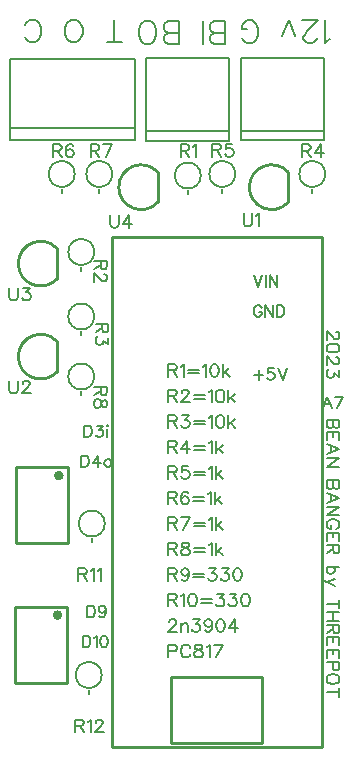
<source format=gto>
G04 Layer: TopSilkscreenLayer*
G04 EasyEDA v6.5.22, 2023-04-09 12:07:21*
G04 a82510d75d89424d952477dd8e89e6f5,b58ac661183547158e32f13718f6ba1e,10*
G04 Gerber Generator version 0.2*
G04 Scale: 100 percent, Rotated: No, Reflected: No *
G04 Dimensions in millimeters *
G04 leading zeros omitted , absolute positions ,4 integer and 5 decimal *
%FSLAX45Y45*%
%MOMM*%

%ADD10C,0.2032*%
%ADD11C,0.1524*%
%ADD12C,0.2540*%
%ADD13C,0.2000*%
%ADD14C,0.4000*%
%ADD15C,0.0177*%

%LPD*%
D10*
X2532085Y4068922D02*
G01*
X2527513Y4078320D01*
X2518115Y4087464D01*
X2508971Y4092036D01*
X2490429Y4092036D01*
X2481285Y4087464D01*
X2471887Y4078320D01*
X2467315Y4068922D01*
X2462743Y4055206D01*
X2462743Y4032092D01*
X2467315Y4018122D01*
X2471887Y4008978D01*
X2481285Y3999834D01*
X2490429Y3995008D01*
X2508971Y3995008D01*
X2518115Y3999834D01*
X2527513Y4008978D01*
X2532085Y4018122D01*
X2532085Y4032092D01*
X2508971Y4032092D02*
G01*
X2532085Y4032092D01*
X2562565Y4092036D02*
G01*
X2562565Y3995008D01*
X2562565Y4092036D02*
G01*
X2627081Y3995008D01*
X2627081Y4092036D02*
G01*
X2627081Y3995008D01*
X2657561Y4092036D02*
G01*
X2657561Y3995008D01*
X2657561Y4092036D02*
G01*
X2690073Y4092036D01*
X2703789Y4087464D01*
X2712933Y4078320D01*
X2717759Y4068922D01*
X2722331Y4055206D01*
X2722331Y4032092D01*
X2717759Y4018122D01*
X2712933Y4008978D01*
X2703789Y3999834D01*
X2690073Y3995008D01*
X2657561Y3995008D01*
X2504399Y3544920D02*
G01*
X2504399Y3461608D01*
X2462743Y3503264D02*
G01*
X2545801Y3503264D01*
X2631653Y3558636D02*
G01*
X2585679Y3558636D01*
X2580853Y3517234D01*
X2585679Y3521806D01*
X2599395Y3526378D01*
X2613365Y3526378D01*
X2627081Y3521806D01*
X2636479Y3512408D01*
X2641051Y3498692D01*
X2641051Y3489294D01*
X2636479Y3475578D01*
X2627081Y3466434D01*
X2613365Y3461608D01*
X2599395Y3461608D01*
X2585679Y3466434D01*
X2580853Y3471006D01*
X2576281Y3480150D01*
X2671531Y3558636D02*
G01*
X2708361Y3461608D01*
X2745445Y3558636D02*
G01*
X2708361Y3461608D01*
X2462743Y4346036D02*
G01*
X2499573Y4249008D01*
X2536657Y4346036D02*
G01*
X2499573Y4249008D01*
X2567137Y4346036D02*
G01*
X2567137Y4249008D01*
X2597617Y4346036D02*
G01*
X2597617Y4249008D01*
X2597617Y4346036D02*
G01*
X2662133Y4249008D01*
X2662133Y4346036D02*
G01*
X2662133Y4249008D01*
X1028692Y3074408D02*
G01*
X1028692Y2977380D01*
X1028692Y3074408D02*
G01*
X1060950Y3074408D01*
X1074920Y3069582D01*
X1084064Y3060438D01*
X1088636Y3051294D01*
X1093462Y3037324D01*
X1093462Y3014210D01*
X1088636Y3000494D01*
X1084064Y2991096D01*
X1074920Y2981952D01*
X1060950Y2977380D01*
X1028692Y2977380D01*
X1133086Y3074408D02*
G01*
X1183886Y3074408D01*
X1156200Y3037324D01*
X1169916Y3037324D01*
X1179314Y3032752D01*
X1183886Y3028180D01*
X1188458Y3014210D01*
X1188458Y3005066D01*
X1183886Y2991096D01*
X1174742Y2981952D01*
X1160772Y2977380D01*
X1146802Y2977380D01*
X1133086Y2981952D01*
X1128514Y2986524D01*
X1123942Y2995922D01*
X1218938Y3074408D02*
G01*
X1223510Y3069582D01*
X1228082Y3074408D01*
X1223510Y3078980D01*
X1218938Y3074408D01*
X1223510Y3041896D02*
G01*
X1223510Y2977380D01*
X1003292Y2820408D02*
G01*
X1003292Y2723380D01*
X1003292Y2820408D02*
G01*
X1035550Y2820408D01*
X1049520Y2815582D01*
X1058664Y2806438D01*
X1063236Y2797294D01*
X1068062Y2783324D01*
X1068062Y2760210D01*
X1063236Y2746494D01*
X1058664Y2737096D01*
X1049520Y2727952D01*
X1035550Y2723380D01*
X1003292Y2723380D01*
X1144516Y2820408D02*
G01*
X1098542Y2755638D01*
X1167630Y2755638D01*
X1144516Y2820408D02*
G01*
X1144516Y2723380D01*
X1221224Y2787896D02*
G01*
X1212080Y2783324D01*
X1202682Y2774180D01*
X1198110Y2760210D01*
X1198110Y2751066D01*
X1202682Y2737096D01*
X1212080Y2727952D01*
X1221224Y2723380D01*
X1235194Y2723380D01*
X1244338Y2727952D01*
X1253482Y2737096D01*
X1258308Y2751066D01*
X1258308Y2760210D01*
X1253482Y2774180D01*
X1244338Y2783324D01*
X1235194Y2787896D01*
X1221224Y2787896D01*
X1054107Y1549153D02*
G01*
X1054107Y1452125D01*
X1054107Y1549153D02*
G01*
X1086365Y1549153D01*
X1100335Y1544581D01*
X1109479Y1535437D01*
X1114051Y1526039D01*
X1118877Y1512323D01*
X1118877Y1489209D01*
X1114051Y1475239D01*
X1109479Y1466095D01*
X1100335Y1456951D01*
X1086365Y1452125D01*
X1054107Y1452125D01*
X1209301Y1516895D02*
G01*
X1204729Y1502925D01*
X1195331Y1493781D01*
X1181615Y1489209D01*
X1177043Y1489209D01*
X1163073Y1493781D01*
X1153929Y1502925D01*
X1149357Y1516895D01*
X1149357Y1521467D01*
X1153929Y1535437D01*
X1163073Y1544581D01*
X1177043Y1549153D01*
X1181615Y1549153D01*
X1195331Y1544581D01*
X1204729Y1535437D01*
X1209301Y1516895D01*
X1209301Y1493781D01*
X1204729Y1470667D01*
X1195331Y1456951D01*
X1181615Y1452125D01*
X1172217Y1452125D01*
X1158501Y1456951D01*
X1153929Y1466095D01*
X1016007Y1295153D02*
G01*
X1016007Y1198125D01*
X1016007Y1295153D02*
G01*
X1048265Y1295153D01*
X1062235Y1290581D01*
X1071379Y1281437D01*
X1075951Y1272039D01*
X1080777Y1258323D01*
X1080777Y1235209D01*
X1075951Y1221239D01*
X1071379Y1212095D01*
X1062235Y1202951D01*
X1048265Y1198125D01*
X1016007Y1198125D01*
X1111257Y1276611D02*
G01*
X1120401Y1281437D01*
X1134117Y1295153D01*
X1134117Y1198125D01*
X1192537Y1295153D02*
G01*
X1178567Y1290581D01*
X1169423Y1276611D01*
X1164597Y1253751D01*
X1164597Y1239781D01*
X1169423Y1216667D01*
X1178567Y1202951D01*
X1192537Y1198125D01*
X1201681Y1198125D01*
X1215397Y1202951D01*
X1224795Y1216667D01*
X1229367Y1239781D01*
X1229367Y1253751D01*
X1224795Y1276611D01*
X1215397Y1290581D01*
X1201681Y1295153D01*
X1192537Y1295153D01*
X3084824Y3319271D02*
G01*
X3047994Y3222244D01*
X3084824Y3319271D02*
G01*
X3121908Y3222244D01*
X3061964Y3254755D02*
G01*
X3107938Y3254755D01*
X3216904Y3319271D02*
G01*
X3170930Y3222244D01*
X3152388Y3319271D02*
G01*
X3216904Y3319271D01*
X3111507Y6346959D02*
G01*
X3092965Y6337815D01*
X3065279Y6310129D01*
X3065279Y6503931D01*
X2995175Y6356357D02*
G01*
X2995175Y6346959D01*
X2985777Y6328417D01*
X2976633Y6319273D01*
X2958091Y6310129D01*
X2921261Y6310129D01*
X2902719Y6319273D01*
X2893575Y6328417D01*
X2884177Y6346959D01*
X2884177Y6365501D01*
X2893575Y6384043D01*
X2912117Y6411729D01*
X3004319Y6503931D01*
X2875033Y6503931D01*
X2814073Y6374645D02*
G01*
X2758701Y6503931D01*
X2703329Y6374645D02*
G01*
X2758701Y6503931D01*
X2361445Y6356357D02*
G01*
X2370843Y6337815D01*
X2389131Y6319273D01*
X2407673Y6310129D01*
X2444757Y6310129D01*
X2463045Y6319273D01*
X2481587Y6337815D01*
X2490731Y6356357D01*
X2500129Y6384043D01*
X2500129Y6430017D01*
X2490731Y6457957D01*
X2481587Y6476245D01*
X2463045Y6494787D01*
X2444757Y6503931D01*
X2407673Y6503931D01*
X2389131Y6494787D01*
X2370843Y6476245D01*
X2361445Y6457957D01*
X2361445Y6430017D01*
X2407673Y6430017D02*
G01*
X2361445Y6430017D01*
X2222507Y6305303D02*
G01*
X2222507Y6499105D01*
X2222507Y6305303D02*
G01*
X2139449Y6305303D01*
X2111763Y6314447D01*
X2102365Y6323591D01*
X2093221Y6342133D01*
X2093221Y6360675D01*
X2102365Y6379217D01*
X2111763Y6388361D01*
X2139449Y6397505D01*
X2222507Y6397505D02*
G01*
X2139449Y6397505D01*
X2111763Y6406903D01*
X2102365Y6416047D01*
X2093221Y6434589D01*
X2093221Y6462275D01*
X2102365Y6480817D01*
X2111763Y6489961D01*
X2139449Y6499105D01*
X2222507Y6499105D01*
X2032261Y6305303D02*
G01*
X2032261Y6499105D01*
X1829061Y6305303D02*
G01*
X1829061Y6499105D01*
X1829061Y6305303D02*
G01*
X1746003Y6305303D01*
X1718317Y6314447D01*
X1708919Y6323591D01*
X1699775Y6342133D01*
X1699775Y6360675D01*
X1708919Y6379217D01*
X1718317Y6388361D01*
X1746003Y6397505D01*
X1829061Y6397505D02*
G01*
X1746003Y6397505D01*
X1718317Y6406903D01*
X1708919Y6416047D01*
X1699775Y6434589D01*
X1699775Y6462275D01*
X1708919Y6480817D01*
X1718317Y6489961D01*
X1746003Y6499105D01*
X1829061Y6499105D01*
X1583443Y6305303D02*
G01*
X1601731Y6314447D01*
X1620273Y6332989D01*
X1629417Y6351531D01*
X1638815Y6379217D01*
X1638815Y6425191D01*
X1629417Y6453131D01*
X1620273Y6471419D01*
X1601731Y6489961D01*
X1583443Y6499105D01*
X1546359Y6499105D01*
X1527817Y6489961D01*
X1509529Y6471419D01*
X1500131Y6453131D01*
X1490987Y6425191D01*
X1490987Y6379217D01*
X1500131Y6351531D01*
X1509529Y6332989D01*
X1527817Y6314447D01*
X1546359Y6305303D01*
X1583443Y6305303D01*
X1281437Y6318003D02*
G01*
X1281437Y6511805D01*
X1346207Y6318003D02*
G01*
X1216921Y6318003D01*
X958349Y6318003D02*
G01*
X976637Y6327147D01*
X995179Y6345689D01*
X1004577Y6364231D01*
X1013721Y6391917D01*
X1013721Y6437891D01*
X1004577Y6465831D01*
X995179Y6484119D01*
X976637Y6502661D01*
X958349Y6511805D01*
X921265Y6511805D01*
X902977Y6502661D01*
X884435Y6484119D01*
X875037Y6465831D01*
X865893Y6437891D01*
X865893Y6391917D01*
X875037Y6364231D01*
X884435Y6345689D01*
X902977Y6327147D01*
X921265Y6318003D01*
X958349Y6318003D01*
X524263Y6364231D02*
G01*
X533407Y6345689D01*
X551949Y6327147D01*
X570237Y6318003D01*
X607321Y6318003D01*
X625863Y6327147D01*
X644151Y6345689D01*
X653549Y6364231D01*
X662693Y6391917D01*
X662693Y6437891D01*
X653549Y6465831D01*
X644151Y6484119D01*
X625863Y6502661D01*
X607321Y6511805D01*
X570237Y6511805D01*
X551949Y6502661D01*
X533407Y6484119D01*
X524263Y6465831D01*
D11*
X1739900Y3595115D02*
G01*
X1739900Y3486150D01*
X1739900Y3595115D02*
G01*
X1786636Y3595115D01*
X1802129Y3590036D01*
X1807463Y3584702D01*
X1812544Y3574287D01*
X1812544Y3563873D01*
X1807463Y3553460D01*
X1802129Y3548379D01*
X1786636Y3543300D01*
X1739900Y3543300D01*
X1776221Y3543300D02*
G01*
X1812544Y3486150D01*
X1846834Y3574287D02*
G01*
X1857247Y3579621D01*
X1872995Y3595115D01*
X1872995Y3486150D01*
X1907286Y3548379D02*
G01*
X2000758Y3548379D01*
X1907286Y3517137D02*
G01*
X2000758Y3517137D01*
X2035047Y3574287D02*
G01*
X2045461Y3579621D01*
X2060956Y3595115D01*
X2060956Y3486150D01*
X2126488Y3595115D02*
G01*
X2110740Y3590036D01*
X2100579Y3574287D01*
X2095245Y3548379D01*
X2095245Y3532886D01*
X2100579Y3506723D01*
X2110740Y3491229D01*
X2126488Y3486150D01*
X2136902Y3486150D01*
X2152395Y3491229D01*
X2162809Y3506723D01*
X2167890Y3532886D01*
X2167890Y3548379D01*
X2162809Y3574287D01*
X2152395Y3590036D01*
X2136902Y3595115D01*
X2126488Y3595115D01*
X2202179Y3595115D02*
G01*
X2202179Y3486150D01*
X2254250Y3558794D02*
G01*
X2202179Y3506723D01*
X2223008Y3527552D02*
G01*
X2259329Y3486150D01*
X1739900Y3379215D02*
G01*
X1739900Y3270250D01*
X1739900Y3379215D02*
G01*
X1786636Y3379215D01*
X1802129Y3374136D01*
X1807463Y3368802D01*
X1812544Y3358387D01*
X1812544Y3347973D01*
X1807463Y3337560D01*
X1802129Y3332479D01*
X1786636Y3327400D01*
X1739900Y3327400D01*
X1776221Y3327400D02*
G01*
X1812544Y3270250D01*
X1852168Y3353307D02*
G01*
X1852168Y3358387D01*
X1857247Y3368802D01*
X1862581Y3374136D01*
X1872995Y3379215D01*
X1893570Y3379215D01*
X1903984Y3374136D01*
X1909318Y3368802D01*
X1914397Y3358387D01*
X1914397Y3347973D01*
X1909318Y3337560D01*
X1898904Y3322065D01*
X1846834Y3270250D01*
X1919731Y3270250D01*
X1954022Y3332479D02*
G01*
X2047493Y3332479D01*
X1954022Y3301237D02*
G01*
X2047493Y3301237D01*
X2081784Y3358387D02*
G01*
X2092197Y3363721D01*
X2107691Y3379215D01*
X2107691Y3270250D01*
X2173224Y3379215D02*
G01*
X2157729Y3374136D01*
X2147315Y3358387D01*
X2141981Y3332479D01*
X2141981Y3316986D01*
X2147315Y3290823D01*
X2157729Y3275329D01*
X2173224Y3270250D01*
X2183638Y3270250D01*
X2199131Y3275329D01*
X2209545Y3290823D01*
X2214879Y3316986D01*
X2214879Y3332479D01*
X2209545Y3358387D01*
X2199131Y3374136D01*
X2183638Y3379215D01*
X2173224Y3379215D01*
X2249170Y3379215D02*
G01*
X2249170Y3270250D01*
X2300986Y3342894D02*
G01*
X2249170Y3290823D01*
X2269743Y3311652D02*
G01*
X2306320Y3270250D01*
X1739900Y3163315D02*
G01*
X1739900Y3054350D01*
X1739900Y3163315D02*
G01*
X1786636Y3163315D01*
X1802129Y3158236D01*
X1807463Y3152902D01*
X1812544Y3142487D01*
X1812544Y3132073D01*
X1807463Y3121660D01*
X1802129Y3116579D01*
X1786636Y3111500D01*
X1739900Y3111500D01*
X1776221Y3111500D02*
G01*
X1812544Y3054350D01*
X1857247Y3163315D02*
G01*
X1914397Y3163315D01*
X1883410Y3121660D01*
X1898904Y3121660D01*
X1909318Y3116579D01*
X1914397Y3111500D01*
X1919731Y3095752D01*
X1919731Y3085337D01*
X1914397Y3069844D01*
X1903984Y3059429D01*
X1888489Y3054350D01*
X1872995Y3054350D01*
X1857247Y3059429D01*
X1852168Y3064510D01*
X1846834Y3074923D01*
X1954022Y3116579D02*
G01*
X2047493Y3116579D01*
X1954022Y3085337D02*
G01*
X2047493Y3085337D01*
X2081784Y3142487D02*
G01*
X2092197Y3147821D01*
X2107691Y3163315D01*
X2107691Y3054350D01*
X2173224Y3163315D02*
G01*
X2157729Y3158236D01*
X2147315Y3142487D01*
X2141981Y3116579D01*
X2141981Y3101086D01*
X2147315Y3074923D01*
X2157729Y3059429D01*
X2173224Y3054350D01*
X2183638Y3054350D01*
X2199131Y3059429D01*
X2209545Y3074923D01*
X2214879Y3101086D01*
X2214879Y3116579D01*
X2209545Y3142487D01*
X2199131Y3158236D01*
X2183638Y3163315D01*
X2173224Y3163315D01*
X2249170Y3163315D02*
G01*
X2249170Y3054350D01*
X2300986Y3126994D02*
G01*
X2249170Y3074923D01*
X2269743Y3095752D02*
G01*
X2306320Y3054350D01*
X1739900Y2947415D02*
G01*
X1739900Y2838450D01*
X1739900Y2947415D02*
G01*
X1786636Y2947415D01*
X1802129Y2942336D01*
X1807463Y2937002D01*
X1812544Y2926587D01*
X1812544Y2916173D01*
X1807463Y2905760D01*
X1802129Y2900679D01*
X1786636Y2895600D01*
X1739900Y2895600D01*
X1776221Y2895600D02*
G01*
X1812544Y2838450D01*
X1898904Y2947415D02*
G01*
X1846834Y2874771D01*
X1924812Y2874771D01*
X1898904Y2947415D02*
G01*
X1898904Y2838450D01*
X1959102Y2900679D02*
G01*
X2052574Y2900679D01*
X1959102Y2869437D02*
G01*
X2052574Y2869437D01*
X2086863Y2926587D02*
G01*
X2097277Y2931921D01*
X2113025Y2947415D01*
X2113025Y2838450D01*
X2147315Y2947415D02*
G01*
X2147315Y2838450D01*
X2199131Y2911094D02*
G01*
X2147315Y2859023D01*
X2167890Y2879852D02*
G01*
X2204465Y2838450D01*
X1739900Y2731515D02*
G01*
X1739900Y2622550D01*
X1739900Y2731515D02*
G01*
X1786636Y2731515D01*
X1802129Y2726436D01*
X1807463Y2721102D01*
X1812544Y2710687D01*
X1812544Y2700273D01*
X1807463Y2689860D01*
X1802129Y2684779D01*
X1786636Y2679700D01*
X1739900Y2679700D01*
X1776221Y2679700D02*
G01*
X1812544Y2622550D01*
X1909318Y2731515D02*
G01*
X1857247Y2731515D01*
X1852168Y2684779D01*
X1857247Y2689860D01*
X1872995Y2695194D01*
X1888489Y2695194D01*
X1903984Y2689860D01*
X1914397Y2679700D01*
X1919731Y2663952D01*
X1919731Y2653537D01*
X1914397Y2638044D01*
X1903984Y2627629D01*
X1888489Y2622550D01*
X1872995Y2622550D01*
X1857247Y2627629D01*
X1852168Y2632710D01*
X1846834Y2643123D01*
X1954022Y2684779D02*
G01*
X2047493Y2684779D01*
X1954022Y2653537D02*
G01*
X2047493Y2653537D01*
X2081784Y2710687D02*
G01*
X2092197Y2716021D01*
X2107691Y2731515D01*
X2107691Y2622550D01*
X2141981Y2731515D02*
G01*
X2141981Y2622550D01*
X2194052Y2695194D02*
G01*
X2141981Y2643123D01*
X2162809Y2663952D02*
G01*
X2199131Y2622550D01*
X1739900Y2515615D02*
G01*
X1739900Y2406650D01*
X1739900Y2515615D02*
G01*
X1786636Y2515615D01*
X1802129Y2510536D01*
X1807463Y2505202D01*
X1812544Y2494787D01*
X1812544Y2484373D01*
X1807463Y2473960D01*
X1802129Y2468879D01*
X1786636Y2463800D01*
X1739900Y2463800D01*
X1776221Y2463800D02*
G01*
X1812544Y2406650D01*
X1909318Y2500121D02*
G01*
X1903984Y2510536D01*
X1888489Y2515615D01*
X1878076Y2515615D01*
X1862581Y2510536D01*
X1852168Y2494787D01*
X1846834Y2468879D01*
X1846834Y2442971D01*
X1852168Y2422144D01*
X1862581Y2411729D01*
X1878076Y2406650D01*
X1883410Y2406650D01*
X1898904Y2411729D01*
X1909318Y2422144D01*
X1914397Y2437637D01*
X1914397Y2442971D01*
X1909318Y2458465D01*
X1898904Y2468879D01*
X1883410Y2473960D01*
X1878076Y2473960D01*
X1862581Y2468879D01*
X1852168Y2458465D01*
X1846834Y2442971D01*
X1948688Y2468879D02*
G01*
X2042159Y2468879D01*
X1948688Y2437637D02*
G01*
X2042159Y2437637D01*
X2076450Y2494787D02*
G01*
X2086863Y2500121D01*
X2102611Y2515615D01*
X2102611Y2406650D01*
X2136902Y2515615D02*
G01*
X2136902Y2406650D01*
X2188718Y2479294D02*
G01*
X2136902Y2427223D01*
X2157729Y2448052D02*
G01*
X2194052Y2406650D01*
X1739900Y2299715D02*
G01*
X1739900Y2190750D01*
X1739900Y2299715D02*
G01*
X1786636Y2299715D01*
X1802129Y2294636D01*
X1807463Y2289302D01*
X1812544Y2278887D01*
X1812544Y2268473D01*
X1807463Y2258060D01*
X1802129Y2252979D01*
X1786636Y2247900D01*
X1739900Y2247900D01*
X1776221Y2247900D02*
G01*
X1812544Y2190750D01*
X1919731Y2299715D02*
G01*
X1867662Y2190750D01*
X1846834Y2299715D02*
G01*
X1919731Y2299715D01*
X1954022Y2252979D02*
G01*
X2047493Y2252979D01*
X1954022Y2221737D02*
G01*
X2047493Y2221737D01*
X2081784Y2278887D02*
G01*
X2092197Y2284221D01*
X2107691Y2299715D01*
X2107691Y2190750D01*
X2141981Y2299715D02*
G01*
X2141981Y2190750D01*
X2194052Y2263394D02*
G01*
X2141981Y2211323D01*
X2162809Y2232152D02*
G01*
X2199131Y2190750D01*
X1739900Y2083815D02*
G01*
X1739900Y1974850D01*
X1739900Y2083815D02*
G01*
X1786636Y2083815D01*
X1802129Y2078736D01*
X1807463Y2073402D01*
X1812544Y2062987D01*
X1812544Y2052573D01*
X1807463Y2042160D01*
X1802129Y2037079D01*
X1786636Y2032000D01*
X1739900Y2032000D01*
X1776221Y2032000D02*
G01*
X1812544Y1974850D01*
X1872995Y2083815D02*
G01*
X1857247Y2078736D01*
X1852168Y2068321D01*
X1852168Y2057907D01*
X1857247Y2047494D01*
X1867662Y2042160D01*
X1888489Y2037079D01*
X1903984Y2032000D01*
X1914397Y2021586D01*
X1919731Y2011171D01*
X1919731Y1995423D01*
X1914397Y1985010D01*
X1909318Y1979929D01*
X1893570Y1974850D01*
X1872995Y1974850D01*
X1857247Y1979929D01*
X1852168Y1985010D01*
X1846834Y1995423D01*
X1846834Y2011171D01*
X1852168Y2021586D01*
X1862581Y2032000D01*
X1878076Y2037079D01*
X1898904Y2042160D01*
X1909318Y2047494D01*
X1914397Y2057907D01*
X1914397Y2068321D01*
X1909318Y2078736D01*
X1893570Y2083815D01*
X1872995Y2083815D01*
X1954022Y2037079D02*
G01*
X2047493Y2037079D01*
X1954022Y2005837D02*
G01*
X2047493Y2005837D01*
X2081784Y2062987D02*
G01*
X2092197Y2068321D01*
X2107691Y2083815D01*
X2107691Y1974850D01*
X2141981Y2083815D02*
G01*
X2141981Y1974850D01*
X2194052Y2047494D02*
G01*
X2141981Y1995423D01*
X2162809Y2016252D02*
G01*
X2199131Y1974850D01*
X1739900Y1867915D02*
G01*
X1739900Y1758950D01*
X1739900Y1867915D02*
G01*
X1786636Y1867915D01*
X1802129Y1862836D01*
X1807463Y1857502D01*
X1812544Y1847087D01*
X1812544Y1836673D01*
X1807463Y1826260D01*
X1802129Y1821179D01*
X1786636Y1816100D01*
X1739900Y1816100D01*
X1776221Y1816100D02*
G01*
X1812544Y1758950D01*
X1914397Y1831594D02*
G01*
X1909318Y1816100D01*
X1898904Y1805686D01*
X1883410Y1800352D01*
X1878076Y1800352D01*
X1862581Y1805686D01*
X1852168Y1816100D01*
X1846834Y1831594D01*
X1846834Y1836673D01*
X1852168Y1852421D01*
X1862581Y1862836D01*
X1878076Y1867915D01*
X1883410Y1867915D01*
X1898904Y1862836D01*
X1909318Y1852421D01*
X1914397Y1831594D01*
X1914397Y1805686D01*
X1909318Y1779523D01*
X1898904Y1764029D01*
X1883410Y1758950D01*
X1872995Y1758950D01*
X1857247Y1764029D01*
X1852168Y1774444D01*
X1948688Y1821179D02*
G01*
X2042159Y1821179D01*
X1948688Y1789937D02*
G01*
X2042159Y1789937D01*
X2086863Y1867915D02*
G01*
X2144013Y1867915D01*
X2113025Y1826260D01*
X2128520Y1826260D01*
X2138934Y1821179D01*
X2144013Y1816100D01*
X2149347Y1800352D01*
X2149347Y1789937D01*
X2144013Y1774444D01*
X2133600Y1764029D01*
X2118106Y1758950D01*
X2102611Y1758950D01*
X2086863Y1764029D01*
X2081784Y1769110D01*
X2076450Y1779523D01*
X2194052Y1867915D02*
G01*
X2251202Y1867915D01*
X2219959Y1826260D01*
X2235454Y1826260D01*
X2245868Y1821179D01*
X2251202Y1816100D01*
X2256281Y1800352D01*
X2256281Y1789937D01*
X2251202Y1774444D01*
X2240788Y1764029D01*
X2225040Y1758950D01*
X2209545Y1758950D01*
X2194052Y1764029D01*
X2188718Y1769110D01*
X2183638Y1779523D01*
X2321813Y1867915D02*
G01*
X2306320Y1862836D01*
X2295906Y1847087D01*
X2290572Y1821179D01*
X2290572Y1805686D01*
X2295906Y1779523D01*
X2306320Y1764029D01*
X2321813Y1758950D01*
X2332227Y1758950D01*
X2347722Y1764029D01*
X2358136Y1779523D01*
X2363470Y1805686D01*
X2363470Y1821179D01*
X2358136Y1847087D01*
X2347722Y1862836D01*
X2332227Y1867915D01*
X2321813Y1867915D01*
X1739900Y1652015D02*
G01*
X1739900Y1543050D01*
X1739900Y1652015D02*
G01*
X1786636Y1652015D01*
X1802129Y1646936D01*
X1807463Y1641602D01*
X1812544Y1631187D01*
X1812544Y1620773D01*
X1807463Y1610360D01*
X1802129Y1605279D01*
X1786636Y1600200D01*
X1739900Y1600200D01*
X1776221Y1600200D02*
G01*
X1812544Y1543050D01*
X1846834Y1631187D02*
G01*
X1857247Y1636521D01*
X1872995Y1652015D01*
X1872995Y1543050D01*
X1938274Y1652015D02*
G01*
X1922779Y1646936D01*
X1912365Y1631187D01*
X1907286Y1605279D01*
X1907286Y1589786D01*
X1912365Y1563623D01*
X1922779Y1548129D01*
X1938274Y1543050D01*
X1948688Y1543050D01*
X1964436Y1548129D01*
X1974850Y1563623D01*
X1979929Y1589786D01*
X1979929Y1605279D01*
X1974850Y1631187D01*
X1964436Y1646936D01*
X1948688Y1652015D01*
X1938274Y1652015D01*
X2014220Y1605279D02*
G01*
X2107691Y1605279D01*
X2014220Y1574037D02*
G01*
X2107691Y1574037D01*
X2152395Y1652015D02*
G01*
X2209545Y1652015D01*
X2178304Y1610360D01*
X2194052Y1610360D01*
X2204465Y1605279D01*
X2209545Y1600200D01*
X2214879Y1584452D01*
X2214879Y1574037D01*
X2209545Y1558544D01*
X2199131Y1548129D01*
X2183638Y1543050D01*
X2167890Y1543050D01*
X2152395Y1548129D01*
X2147315Y1553210D01*
X2141981Y1563623D01*
X2259329Y1652015D02*
G01*
X2316479Y1652015D01*
X2285491Y1610360D01*
X2300986Y1610360D01*
X2311400Y1605279D01*
X2316479Y1600200D01*
X2321813Y1584452D01*
X2321813Y1574037D01*
X2316479Y1558544D01*
X2306320Y1548129D01*
X2290572Y1543050D01*
X2275077Y1543050D01*
X2259329Y1548129D01*
X2254250Y1553210D01*
X2249170Y1563623D01*
X2387345Y1652015D02*
G01*
X2371597Y1646936D01*
X2361184Y1631187D01*
X2356104Y1605279D01*
X2356104Y1589786D01*
X2361184Y1563623D01*
X2371597Y1548129D01*
X2387345Y1543050D01*
X2397759Y1543050D01*
X2413254Y1548129D01*
X2423668Y1563623D01*
X2428747Y1589786D01*
X2428747Y1605279D01*
X2423668Y1631187D01*
X2413254Y1646936D01*
X2397759Y1652015D01*
X2387345Y1652015D01*
X1744979Y1410207D02*
G01*
X1744979Y1415287D01*
X1750313Y1425702D01*
X1755394Y1431036D01*
X1765807Y1436115D01*
X1786636Y1436115D01*
X1797050Y1431036D01*
X1802129Y1425702D01*
X1807463Y1415287D01*
X1807463Y1404873D01*
X1802129Y1394460D01*
X1791970Y1378965D01*
X1739900Y1327150D01*
X1812544Y1327150D01*
X1846834Y1399794D02*
G01*
X1846834Y1327150D01*
X1846834Y1378965D02*
G01*
X1862581Y1394460D01*
X1872995Y1399794D01*
X1888489Y1399794D01*
X1898904Y1394460D01*
X1903984Y1378965D01*
X1903984Y1327150D01*
X1948688Y1436115D02*
G01*
X2005838Y1436115D01*
X1974850Y1394460D01*
X1990343Y1394460D01*
X2000758Y1389379D01*
X2005838Y1384300D01*
X2011172Y1368552D01*
X2011172Y1358137D01*
X2005838Y1342644D01*
X1995424Y1332229D01*
X1979929Y1327150D01*
X1964436Y1327150D01*
X1948688Y1332229D01*
X1943608Y1337310D01*
X1938274Y1347723D01*
X2113025Y1399794D02*
G01*
X2107691Y1384300D01*
X2097277Y1373886D01*
X2081784Y1368552D01*
X2076450Y1368552D01*
X2060956Y1373886D01*
X2050541Y1384300D01*
X2045461Y1399794D01*
X2045461Y1404873D01*
X2050541Y1420621D01*
X2060956Y1431036D01*
X2076450Y1436115D01*
X2081784Y1436115D01*
X2097277Y1431036D01*
X2107691Y1420621D01*
X2113025Y1399794D01*
X2113025Y1373886D01*
X2107691Y1347723D01*
X2097277Y1332229D01*
X2081784Y1327150D01*
X2071370Y1327150D01*
X2055875Y1332229D01*
X2050541Y1342644D01*
X2178304Y1436115D02*
G01*
X2162809Y1431036D01*
X2152395Y1415287D01*
X2147315Y1389379D01*
X2147315Y1373886D01*
X2152395Y1347723D01*
X2162809Y1332229D01*
X2178304Y1327150D01*
X2188718Y1327150D01*
X2204465Y1332229D01*
X2214879Y1347723D01*
X2219959Y1373886D01*
X2219959Y1389379D01*
X2214879Y1415287D01*
X2204465Y1431036D01*
X2188718Y1436115D01*
X2178304Y1436115D01*
X2306320Y1436115D02*
G01*
X2254250Y1363471D01*
X2332227Y1363471D01*
X2306320Y1436115D02*
G01*
X2306320Y1327150D01*
X1739900Y1220215D02*
G01*
X1739900Y1111250D01*
X1739900Y1220215D02*
G01*
X1786636Y1220215D01*
X1802129Y1215136D01*
X1807463Y1209802D01*
X1812544Y1199387D01*
X1812544Y1183894D01*
X1807463Y1173479D01*
X1802129Y1168400D01*
X1786636Y1163065D01*
X1739900Y1163065D01*
X1924812Y1194307D02*
G01*
X1919731Y1204721D01*
X1909318Y1215136D01*
X1898904Y1220215D01*
X1878076Y1220215D01*
X1867662Y1215136D01*
X1857247Y1204721D01*
X1852168Y1194307D01*
X1846834Y1178560D01*
X1846834Y1152652D01*
X1852168Y1137157D01*
X1857247Y1126744D01*
X1867662Y1116329D01*
X1878076Y1111250D01*
X1898904Y1111250D01*
X1909318Y1116329D01*
X1919731Y1126744D01*
X1924812Y1137157D01*
X1985009Y1220215D02*
G01*
X1969515Y1215136D01*
X1964436Y1204721D01*
X1964436Y1194307D01*
X1969515Y1183894D01*
X1979929Y1178560D01*
X2000758Y1173479D01*
X2016252Y1168400D01*
X2026665Y1157986D01*
X2032000Y1147571D01*
X2032000Y1131823D01*
X2026665Y1121410D01*
X2021586Y1116329D01*
X2005838Y1111250D01*
X1985009Y1111250D01*
X1969515Y1116329D01*
X1964436Y1121410D01*
X1959102Y1131823D01*
X1959102Y1147571D01*
X1964436Y1157986D01*
X1974850Y1168400D01*
X1990343Y1173479D01*
X2011172Y1178560D01*
X2021586Y1183894D01*
X2026665Y1194307D01*
X2026665Y1204721D01*
X2021586Y1215136D01*
X2005838Y1220215D01*
X1985009Y1220215D01*
X2066290Y1199387D02*
G01*
X2076450Y1204721D01*
X2092197Y1220215D01*
X2092197Y1111250D01*
X2199131Y1220215D02*
G01*
X2147315Y1111250D01*
X2126488Y1220215D02*
G01*
X2199131Y1220215D01*
X3162808Y3868420D02*
G01*
X3167888Y3868420D01*
X3178302Y3863086D01*
X3183636Y3858005D01*
X3188715Y3847592D01*
X3188715Y3826763D01*
X3183636Y3816350D01*
X3178302Y3811270D01*
X3167888Y3805936D01*
X3157474Y3805936D01*
X3147059Y3811270D01*
X3131565Y3821429D01*
X3079750Y3873500D01*
X3079750Y3800855D01*
X3188715Y3735323D02*
G01*
X3183636Y3750818D01*
X3167888Y3761231D01*
X3141979Y3766565D01*
X3126486Y3766565D01*
X3100324Y3761231D01*
X3084829Y3750818D01*
X3079750Y3735323D01*
X3079750Y3724910D01*
X3084829Y3709415D01*
X3100324Y3699002D01*
X3126486Y3693668D01*
X3141979Y3693668D01*
X3167888Y3699002D01*
X3183636Y3709415D01*
X3188715Y3724910D01*
X3188715Y3735323D01*
X3162808Y3654297D02*
G01*
X3167888Y3654297D01*
X3178302Y3648963D01*
X3183636Y3643884D01*
X3188715Y3633470D01*
X3188715Y3612642D01*
X3183636Y3602228D01*
X3178302Y3597147D01*
X3167888Y3591813D01*
X3157474Y3591813D01*
X3147059Y3597147D01*
X3131565Y3607562D01*
X3079750Y3659378D01*
X3079750Y3586734D01*
X3188715Y3542029D02*
G01*
X3188715Y3484879D01*
X3147059Y3516121D01*
X3147059Y3500373D01*
X3141979Y3489960D01*
X3136900Y3484879D01*
X3121152Y3479800D01*
X3110738Y3479800D01*
X3095243Y3484879D01*
X3084829Y3495294D01*
X3079750Y3510787D01*
X3079750Y3526536D01*
X3084829Y3542029D01*
X3089909Y3547110D01*
X3100324Y3552444D01*
X3188715Y3125470D02*
G01*
X3079750Y3125470D01*
X3188715Y3125470D02*
G01*
X3188715Y3078479D01*
X3183636Y3062986D01*
X3178302Y3057905D01*
X3167888Y3052571D01*
X3157474Y3052571D01*
X3147059Y3057905D01*
X3141979Y3062986D01*
X3136900Y3078479D01*
X3136900Y3125470D02*
G01*
X3136900Y3078479D01*
X3131565Y3062986D01*
X3126486Y3057905D01*
X3116072Y3052571D01*
X3100324Y3052571D01*
X3089909Y3057905D01*
X3084829Y3062986D01*
X3079750Y3078479D01*
X3079750Y3125470D01*
X3188715Y3018281D02*
G01*
X3079750Y3018281D01*
X3188715Y3018281D02*
G01*
X3188715Y2950718D01*
X3136900Y3018281D02*
G01*
X3136900Y2976879D01*
X3079750Y3018281D02*
G01*
X3079750Y2950718D01*
X3188715Y2875026D02*
G01*
X3079750Y2916428D01*
X3188715Y2875026D02*
G01*
X3079750Y2833370D01*
X3116072Y2900934D02*
G01*
X3116072Y2848863D01*
X3188715Y2799079D02*
G01*
X3079750Y2799079D01*
X3188715Y2799079D02*
G01*
X3079750Y2726436D01*
X3188715Y2726436D02*
G01*
X3079750Y2726436D01*
X3188715Y2612136D02*
G01*
X3079750Y2612136D01*
X3188715Y2612136D02*
G01*
X3188715Y2565400D01*
X3183636Y2549652D01*
X3178302Y2544571D01*
X3167888Y2539237D01*
X3157474Y2539237D01*
X3147059Y2544571D01*
X3141979Y2549652D01*
X3136900Y2565400D01*
X3136900Y2612136D02*
G01*
X3136900Y2565400D01*
X3131565Y2549652D01*
X3126486Y2544571D01*
X3116072Y2539237D01*
X3100324Y2539237D01*
X3089909Y2544571D01*
X3084829Y2549652D01*
X3079750Y2565400D01*
X3079750Y2612136D01*
X3188715Y2463545D02*
G01*
X3079750Y2504947D01*
X3188715Y2463545D02*
G01*
X3079750Y2421889D01*
X3116072Y2489454D02*
G01*
X3116072Y2437384D01*
X3188715Y2387600D02*
G01*
X3079750Y2387600D01*
X3188715Y2387600D02*
G01*
X3079750Y2314955D01*
X3188715Y2314955D02*
G01*
X3079750Y2314955D01*
X3162808Y2202687D02*
G01*
X3173222Y2207768D01*
X3183636Y2218181D01*
X3188715Y2228595D01*
X3188715Y2249423D01*
X3183636Y2259837D01*
X3173222Y2270252D01*
X3162808Y2275331D01*
X3147059Y2280665D01*
X3121152Y2280665D01*
X3105658Y2275331D01*
X3095243Y2270252D01*
X3084829Y2259837D01*
X3079750Y2249423D01*
X3079750Y2228595D01*
X3084829Y2218181D01*
X3095243Y2207768D01*
X3105658Y2202687D01*
X3121152Y2202687D01*
X3121152Y2228595D02*
G01*
X3121152Y2202687D01*
X3188715Y2168397D02*
G01*
X3079750Y2168397D01*
X3188715Y2168397D02*
G01*
X3188715Y2100834D01*
X3136900Y2168397D02*
G01*
X3136900Y2126742D01*
X3079750Y2168397D02*
G01*
X3079750Y2100834D01*
X3188715Y2066544D02*
G01*
X3079750Y2066544D01*
X3188715Y2066544D02*
G01*
X3188715Y2019807D01*
X3183636Y2004060D01*
X3178302Y1998979D01*
X3167888Y1993900D01*
X3157474Y1993900D01*
X3147059Y1998979D01*
X3141979Y2004060D01*
X3136900Y2019807D01*
X3136900Y2066544D01*
X3136900Y2030221D02*
G01*
X3079750Y1993900D01*
X3188715Y1879600D02*
G01*
X3079750Y1879600D01*
X3136900Y1879600D02*
G01*
X3147059Y1869186D01*
X3152393Y1858771D01*
X3152393Y1843023D01*
X3147059Y1832610D01*
X3136900Y1822450D01*
X3121152Y1817115D01*
X3110738Y1817115D01*
X3095243Y1822450D01*
X3084829Y1832610D01*
X3079750Y1843023D01*
X3079750Y1858771D01*
X3084829Y1869186D01*
X3095243Y1879600D01*
X3152393Y1777745D02*
G01*
X3079750Y1746504D01*
X3152393Y1715262D02*
G01*
X3079750Y1746504D01*
X3058922Y1756918D01*
X3048508Y1767331D01*
X3043174Y1777745D01*
X3043174Y1782826D01*
X3188715Y1564639D02*
G01*
X3079750Y1564639D01*
X3188715Y1600962D02*
G01*
X3188715Y1528318D01*
X3188715Y1494028D02*
G01*
X3079750Y1494028D01*
X3188715Y1421129D02*
G01*
X3079750Y1421129D01*
X3136900Y1494028D02*
G01*
X3136900Y1421129D01*
X3188715Y1386839D02*
G01*
X3079750Y1386839D01*
X3188715Y1386839D02*
G01*
X3188715Y1340104D01*
X3183636Y1324610D01*
X3178302Y1319529D01*
X3167888Y1314195D01*
X3157474Y1314195D01*
X3147059Y1319529D01*
X3141979Y1324610D01*
X3136900Y1340104D01*
X3136900Y1386839D01*
X3136900Y1350518D02*
G01*
X3079750Y1314195D01*
X3188715Y1279905D02*
G01*
X3079750Y1279905D01*
X3188715Y1279905D02*
G01*
X3188715Y1212342D01*
X3136900Y1279905D02*
G01*
X3136900Y1238250D01*
X3079750Y1279905D02*
G01*
X3079750Y1212342D01*
X3188715Y1178052D02*
G01*
X3079750Y1178052D01*
X3188715Y1178052D02*
G01*
X3188715Y1110487D01*
X3136900Y1178052D02*
G01*
X3136900Y1136650D01*
X3079750Y1178052D02*
G01*
X3079750Y1110487D01*
X3188715Y1076197D02*
G01*
X3079750Y1076197D01*
X3188715Y1076197D02*
G01*
X3188715Y1029462D01*
X3183636Y1013968D01*
X3178302Y1008634D01*
X3167888Y1003554D01*
X3152393Y1003554D01*
X3141979Y1008634D01*
X3136900Y1013968D01*
X3131565Y1029462D01*
X3131565Y1076197D01*
X3188715Y938021D02*
G01*
X3183636Y948436D01*
X3173222Y958850D01*
X3162808Y963929D01*
X3147059Y969263D01*
X3121152Y969263D01*
X3105658Y963929D01*
X3095243Y958850D01*
X3084829Y948436D01*
X3079750Y938021D01*
X3079750Y917194D01*
X3084829Y906779D01*
X3095243Y896620D01*
X3105658Y891286D01*
X3121152Y886205D01*
X3147059Y886205D01*
X3162808Y891286D01*
X3173222Y896620D01*
X3183636Y906779D01*
X3188715Y917194D01*
X3188715Y938021D01*
X3188715Y815339D02*
G01*
X3079750Y815339D01*
X3188715Y851915D02*
G01*
X3188715Y779018D01*
X977900Y1867915D02*
G01*
X977900Y1758950D01*
X977900Y1867915D02*
G01*
X1024636Y1867915D01*
X1040129Y1862836D01*
X1045463Y1857502D01*
X1050544Y1847087D01*
X1050544Y1836673D01*
X1045463Y1826260D01*
X1040129Y1821179D01*
X1024636Y1816100D01*
X977900Y1816100D01*
X1014221Y1816100D02*
G01*
X1050544Y1758950D01*
X1084834Y1847087D02*
G01*
X1095247Y1852421D01*
X1110995Y1867915D01*
X1110995Y1758950D01*
X1145286Y1847087D02*
G01*
X1155700Y1852421D01*
X1171194Y1867915D01*
X1171194Y1758950D01*
X952500Y585215D02*
G01*
X952500Y476250D01*
X952500Y585215D02*
G01*
X999236Y585215D01*
X1014729Y580136D01*
X1020063Y574802D01*
X1025144Y564387D01*
X1025144Y553973D01*
X1020063Y543560D01*
X1014729Y538479D01*
X999236Y533400D01*
X952500Y533400D01*
X988821Y533400D02*
G01*
X1025144Y476250D01*
X1059434Y564387D02*
G01*
X1069847Y569721D01*
X1085595Y585215D01*
X1085595Y476250D01*
X1124965Y559307D02*
G01*
X1124965Y564387D01*
X1130300Y574802D01*
X1135379Y580136D01*
X1145794Y585215D01*
X1166621Y585215D01*
X1177036Y580136D01*
X1182115Y574802D01*
X1187450Y564387D01*
X1187450Y553973D01*
X1182115Y543560D01*
X1171702Y528065D01*
X1119886Y476250D01*
X1192529Y476250D01*
X2377808Y4870310D02*
G01*
X2377808Y4792332D01*
X2382888Y4776838D01*
X2393302Y4766424D01*
X2409050Y4761344D01*
X2419464Y4761344D01*
X2434958Y4766424D01*
X2445372Y4776838D01*
X2450452Y4792332D01*
X2450452Y4870310D01*
X2484742Y4849482D02*
G01*
X2495156Y4854816D01*
X2510904Y4870310D01*
X2510904Y4761344D01*
X393816Y4242821D02*
G01*
X393816Y4164843D01*
X398896Y4149349D01*
X409310Y4138935D01*
X424804Y4133855D01*
X435218Y4133855D01*
X450966Y4138935D01*
X461126Y4149349D01*
X466460Y4164843D01*
X466460Y4242821D01*
X511164Y4242821D02*
G01*
X568314Y4242821D01*
X537072Y4201165D01*
X552566Y4201165D01*
X562980Y4196085D01*
X568314Y4191005D01*
X573394Y4175257D01*
X573394Y4164843D01*
X568314Y4149349D01*
X557900Y4138935D01*
X542406Y4133855D01*
X526658Y4133855D01*
X511164Y4138935D01*
X505830Y4144015D01*
X500750Y4154429D01*
X393816Y3455421D02*
G01*
X393816Y3377443D01*
X398896Y3361949D01*
X409310Y3351535D01*
X424804Y3346455D01*
X435218Y3346455D01*
X450966Y3351535D01*
X461126Y3361949D01*
X466460Y3377443D01*
X466460Y3455421D01*
X505830Y3429513D02*
G01*
X505830Y3434593D01*
X511164Y3445007D01*
X516244Y3450341D01*
X526658Y3455421D01*
X547486Y3455421D01*
X557900Y3450341D01*
X562980Y3445007D01*
X568314Y3434593D01*
X568314Y3424179D01*
X562980Y3413765D01*
X552566Y3398271D01*
X500750Y3346455D01*
X573394Y3346455D01*
X1247508Y4857610D02*
G01*
X1247508Y4779632D01*
X1252588Y4764138D01*
X1263002Y4753724D01*
X1278750Y4748644D01*
X1289164Y4748644D01*
X1304658Y4753724D01*
X1315072Y4764138D01*
X1320152Y4779632D01*
X1320152Y4857610D01*
X1406512Y4857610D02*
G01*
X1354442Y4784966D01*
X1432420Y4784966D01*
X1406512Y4857610D02*
G01*
X1406512Y4748644D01*
X1844408Y5454510D02*
G01*
X1844408Y5345544D01*
X1844408Y5454510D02*
G01*
X1891144Y5454510D01*
X1906638Y5449430D01*
X1911972Y5444096D01*
X1917052Y5433682D01*
X1917052Y5423268D01*
X1911972Y5412854D01*
X1906638Y5407774D01*
X1891144Y5402694D01*
X1844408Y5402694D01*
X1880730Y5402694D02*
G01*
X1917052Y5345544D01*
X1951342Y5433682D02*
G01*
X1961756Y5439016D01*
X1977504Y5454510D01*
X1977504Y5345544D01*
X1220228Y4470412D02*
G01*
X1111262Y4470412D01*
X1220228Y4470412D02*
G01*
X1220228Y4423676D01*
X1215148Y4408182D01*
X1209814Y4402848D01*
X1199400Y4397768D01*
X1188986Y4397768D01*
X1178572Y4402848D01*
X1173492Y4408182D01*
X1168412Y4423676D01*
X1168412Y4470412D01*
X1168412Y4434090D02*
G01*
X1111262Y4397768D01*
X1194320Y4358144D02*
G01*
X1199400Y4358144D01*
X1209814Y4353064D01*
X1215148Y4347730D01*
X1220228Y4337316D01*
X1220228Y4316742D01*
X1215148Y4306328D01*
X1209814Y4300994D01*
X1199400Y4295914D01*
X1188986Y4295914D01*
X1178572Y4300994D01*
X1163078Y4311408D01*
X1111262Y4363478D01*
X1111262Y4290580D01*
X764908Y5454510D02*
G01*
X764908Y5345544D01*
X764908Y5454510D02*
G01*
X811644Y5454510D01*
X827138Y5449430D01*
X832472Y5444096D01*
X837552Y5433682D01*
X837552Y5423268D01*
X832472Y5412854D01*
X827138Y5407774D01*
X811644Y5402694D01*
X764908Y5402694D01*
X801230Y5402694D02*
G01*
X837552Y5345544D01*
X934326Y5439016D02*
G01*
X928992Y5449430D01*
X913498Y5454510D01*
X903084Y5454510D01*
X887590Y5449430D01*
X877176Y5433682D01*
X871842Y5407774D01*
X871842Y5381866D01*
X877176Y5361038D01*
X887590Y5350624D01*
X903084Y5345544D01*
X908418Y5345544D01*
X923912Y5350624D01*
X934326Y5361038D01*
X939406Y5376532D01*
X939406Y5381866D01*
X934326Y5397360D01*
X923912Y5407774D01*
X908418Y5412854D01*
X903084Y5412854D01*
X887590Y5407774D01*
X877176Y5397360D01*
X871842Y5381866D01*
X2873108Y5454510D02*
G01*
X2873108Y5345544D01*
X2873108Y5454510D02*
G01*
X2919844Y5454510D01*
X2935338Y5449430D01*
X2940672Y5444096D01*
X2945752Y5433682D01*
X2945752Y5423268D01*
X2940672Y5412854D01*
X2935338Y5407774D01*
X2919844Y5402694D01*
X2873108Y5402694D01*
X2909430Y5402694D02*
G01*
X2945752Y5345544D01*
X3032112Y5454510D02*
G01*
X2980042Y5381866D01*
X3058020Y5381866D01*
X3032112Y5454510D02*
G01*
X3032112Y5345544D01*
X2114016Y5459704D02*
G01*
X2114016Y5350738D01*
X2114016Y5459704D02*
G01*
X2160752Y5459704D01*
X2176246Y5454624D01*
X2181580Y5449290D01*
X2186660Y5438876D01*
X2186660Y5428462D01*
X2181580Y5418048D01*
X2176246Y5412968D01*
X2160752Y5407888D01*
X2114016Y5407888D01*
X2150338Y5407888D02*
G01*
X2186660Y5350738D01*
X2283434Y5459704D02*
G01*
X2231364Y5459704D01*
X2226284Y5412968D01*
X2231364Y5418048D01*
X2247112Y5423382D01*
X2262606Y5423382D01*
X2278100Y5418048D01*
X2288514Y5407888D01*
X2293848Y5392140D01*
X2293848Y5381726D01*
X2288514Y5366232D01*
X2278100Y5355818D01*
X2262606Y5350738D01*
X2247112Y5350738D01*
X2231364Y5355818D01*
X2226284Y5360898D01*
X2220950Y5371312D01*
X1232928Y3937012D02*
G01*
X1123962Y3937012D01*
X1232928Y3937012D02*
G01*
X1232928Y3890276D01*
X1227848Y3874782D01*
X1222514Y3869448D01*
X1212100Y3864368D01*
X1201686Y3864368D01*
X1191272Y3869448D01*
X1186192Y3874782D01*
X1181112Y3890276D01*
X1181112Y3937012D01*
X1181112Y3900690D02*
G01*
X1123962Y3864368D01*
X1232928Y3819664D02*
G01*
X1232928Y3762514D01*
X1191272Y3793502D01*
X1191272Y3778008D01*
X1186192Y3767594D01*
X1181112Y3762514D01*
X1165364Y3757180D01*
X1154950Y3757180D01*
X1139456Y3762514D01*
X1129042Y3772928D01*
X1123962Y3788422D01*
X1123962Y3803916D01*
X1129042Y3819664D01*
X1134122Y3824744D01*
X1144536Y3830078D01*
X1082408Y5454510D02*
G01*
X1082408Y5345544D01*
X1082408Y5454510D02*
G01*
X1129144Y5454510D01*
X1144638Y5449430D01*
X1149972Y5444096D01*
X1155052Y5433682D01*
X1155052Y5423268D01*
X1149972Y5412854D01*
X1144638Y5407774D01*
X1129144Y5402694D01*
X1082408Y5402694D01*
X1118730Y5402694D02*
G01*
X1155052Y5345544D01*
X1262240Y5454510D02*
G01*
X1210170Y5345544D01*
X1189342Y5454510D02*
G01*
X1262240Y5454510D01*
X1220228Y3403612D02*
G01*
X1111262Y3403612D01*
X1220228Y3403612D02*
G01*
X1220228Y3356876D01*
X1215148Y3341382D01*
X1209814Y3336048D01*
X1199400Y3330968D01*
X1188986Y3330968D01*
X1178572Y3336048D01*
X1173492Y3341382D01*
X1168412Y3356876D01*
X1168412Y3403612D01*
X1168412Y3367290D02*
G01*
X1111262Y3330968D01*
X1220228Y3270516D02*
G01*
X1215148Y3286264D01*
X1204734Y3291344D01*
X1194320Y3291344D01*
X1183906Y3286264D01*
X1178572Y3275850D01*
X1173492Y3255022D01*
X1168412Y3239528D01*
X1157998Y3229114D01*
X1147584Y3223780D01*
X1131836Y3223780D01*
X1121422Y3229114D01*
X1116342Y3234194D01*
X1111262Y3249942D01*
X1111262Y3270516D01*
X1116342Y3286264D01*
X1121422Y3291344D01*
X1131836Y3296678D01*
X1147584Y3296678D01*
X1157998Y3291344D01*
X1168412Y3280930D01*
X1173492Y3265436D01*
X1178572Y3244608D01*
X1183906Y3234194D01*
X1194320Y3229114D01*
X1204734Y3229114D01*
X1215148Y3234194D01*
X1220228Y3249942D01*
X1220228Y3270516D01*
D12*
X3038215Y350781D02*
G01*
X3038215Y4668781D01*
X1765307Y947681D02*
G01*
X1765307Y388881D01*
X2530104Y388881D01*
X2530104Y947681D01*
X1768104Y947681D01*
X1765307Y947681D01*
X1260220Y4668781D02*
G01*
X1260220Y350781D01*
X1260220Y4668781D02*
G01*
X3038215Y4668781D01*
D10*
X2355237Y6189886D02*
G01*
X3055213Y6189886D01*
X3055213Y5569879D01*
X3055213Y5489884D01*
X2355237Y5489884D01*
X2355237Y5569879D01*
X2355237Y6189886D01*
X3055213Y5569879D02*
G01*
X2355237Y5569879D01*
X1552234Y6184689D02*
G01*
X2252210Y6184689D01*
X2252210Y5564677D01*
X2252210Y5484695D01*
X1552234Y5484695D01*
X1552234Y5564677D01*
X1552234Y6184689D01*
X397230Y6174699D02*
G01*
X1457220Y6174699D01*
X1457220Y5594685D01*
X1457220Y5494690D01*
X397230Y5494690D01*
X397230Y5594685D01*
X397230Y6174699D01*
X1457220Y5594685D02*
G01*
X397230Y5594685D01*
X2252210Y5564677D02*
G01*
X1552234Y5564677D01*
D12*
X1260220Y350781D02*
G01*
X3038215Y350781D01*
D13*
X1092200Y2118360D02*
G01*
X1092200Y2086145D01*
X1066800Y835660D02*
G01*
X1066800Y803445D01*
D12*
X2755900Y5219700D02*
G01*
X2755900Y4965700D01*
X800100Y4572000D02*
G01*
X800100Y4318000D01*
X800100Y3784600D02*
G01*
X800100Y3530600D01*
X1651000Y5219700D02*
G01*
X1651000Y4965700D01*
D13*
X1905000Y5064760D02*
G01*
X1905000Y5032545D01*
X1003300Y4417060D02*
G01*
X1003300Y4384845D01*
X838200Y5077460D02*
G01*
X838200Y5045245D01*
X2959100Y5077460D02*
G01*
X2959100Y5045245D01*
X2197100Y5077460D02*
G01*
X2197100Y5045245D01*
X1003300Y3870960D02*
G01*
X1003300Y3838745D01*
X1155700Y5077460D02*
G01*
X1155700Y5045245D01*
X1003300Y3362960D02*
G01*
X1003300Y3330745D01*
D14*
G75*
G01*
X821197Y1469337D02*
G03*
X821197Y1468829I-19998J-254D01*
G75*
G01*
X833399Y2650523D02*
G03*
X833399Y2650015I-19998J-254D01*
D13*
G75*
G01*
X982203Y2245101D02*
G03*
X982205Y2245677I110007J-196D01*
G75*
G01*
X956803Y962401D02*
G03*
X956805Y962977I110007J-196D01*
D12*
G75*
G01*
X2755900Y4965700D02*
G02*
X2755900Y5219700I-140624J127000D01*
G75*
G01*
X800100Y4318000D02*
G02*
X800100Y4572000I-140624J127000D01*
G75*
G01*
X800100Y3530600D02*
G02*
X800100Y3784600I-140624J127000D01*
G75*
G01*
X1651000Y4965700D02*
G02*
X1651000Y5219700I-140624J127000D01*
D13*
G75*
G01*
X1795003Y5191501D02*
G03*
X1795005Y5192077I110007J-196D01*
G75*
G01*
X893303Y4543801D02*
G03*
X893305Y4544377I110007J-196D01*
G75*
G01*
X728203Y5204201D02*
G03*
X728205Y5204777I110007J-196D01*
G75*
G01*
X2849103Y5204201D02*
G03*
X2849105Y5204777I110007J-196D01*
G75*
G01*
X2087103Y5204201D02*
G03*
X2087105Y5204777I110007J-196D01*
G75*
G01*
X893303Y3997701D02*
G03*
X893305Y3998277I110007J-196D01*
G75*
G01*
X1045703Y5204201D02*
G03*
X1045705Y5204777I110007J-196D01*
G75*
G01*
X893303Y3489701D02*
G03*
X893305Y3490277I110007J-196D01*
D12*
X440181Y1541322D02*
G01*
X882192Y1541322D01*
X882192Y897331D01*
X440181Y897331D01*
X440181Y1541322D01*
X452373Y2722498D02*
G01*
X894384Y2722498D01*
X894384Y2078507D01*
X452373Y2078507D01*
X452373Y2722498D01*
M02*

</source>
